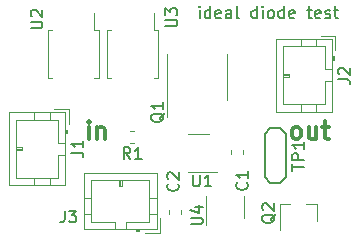
<source format=gbr>
G04 #@! TF.GenerationSoftware,KiCad,Pcbnew,(5.1.5-0)*
G04 #@! TF.CreationDate,2021-02-11T14:19:56-07:00*
G04 #@! TF.ProjectId,ideal-diode,69646561-6c2d-4646-996f-64652e6b6963,rev?*
G04 #@! TF.SameCoordinates,Original*
G04 #@! TF.FileFunction,Legend,Top*
G04 #@! TF.FilePolarity,Positive*
%FSLAX46Y46*%
G04 Gerber Fmt 4.6, Leading zero omitted, Abs format (unit mm)*
G04 Created by KiCad (PCBNEW (5.1.5-0)) date 2021-02-11 14:19:56*
%MOMM*%
%LPD*%
G04 APERTURE LIST*
%ADD10C,0.200000*%
%ADD11C,0.300000*%
%ADD12C,0.120000*%
%ADD13C,0.150000*%
G04 APERTURE END LIST*
D10*
X132214285Y-81452380D02*
X132214285Y-80785714D01*
X132214285Y-80452380D02*
X132166666Y-80500000D01*
X132214285Y-80547619D01*
X132261904Y-80500000D01*
X132214285Y-80452380D01*
X132214285Y-80547619D01*
X133119047Y-81452380D02*
X133119047Y-80452380D01*
X133119047Y-81404761D02*
X133023809Y-81452380D01*
X132833333Y-81452380D01*
X132738095Y-81404761D01*
X132690476Y-81357142D01*
X132642857Y-81261904D01*
X132642857Y-80976190D01*
X132690476Y-80880952D01*
X132738095Y-80833333D01*
X132833333Y-80785714D01*
X133023809Y-80785714D01*
X133119047Y-80833333D01*
X133976190Y-81404761D02*
X133880952Y-81452380D01*
X133690476Y-81452380D01*
X133595238Y-81404761D01*
X133547619Y-81309523D01*
X133547619Y-80928571D01*
X133595238Y-80833333D01*
X133690476Y-80785714D01*
X133880952Y-80785714D01*
X133976190Y-80833333D01*
X134023809Y-80928571D01*
X134023809Y-81023809D01*
X133547619Y-81119047D01*
X134880952Y-81452380D02*
X134880952Y-80928571D01*
X134833333Y-80833333D01*
X134738095Y-80785714D01*
X134547619Y-80785714D01*
X134452380Y-80833333D01*
X134880952Y-81404761D02*
X134785714Y-81452380D01*
X134547619Y-81452380D01*
X134452380Y-81404761D01*
X134404761Y-81309523D01*
X134404761Y-81214285D01*
X134452380Y-81119047D01*
X134547619Y-81071428D01*
X134785714Y-81071428D01*
X134880952Y-81023809D01*
X135500000Y-81452380D02*
X135404761Y-81404761D01*
X135357142Y-81309523D01*
X135357142Y-80452380D01*
X137071428Y-81452380D02*
X137071428Y-80452380D01*
X137071428Y-81404761D02*
X136976190Y-81452380D01*
X136785714Y-81452380D01*
X136690476Y-81404761D01*
X136642857Y-81357142D01*
X136595238Y-81261904D01*
X136595238Y-80976190D01*
X136642857Y-80880952D01*
X136690476Y-80833333D01*
X136785714Y-80785714D01*
X136976190Y-80785714D01*
X137071428Y-80833333D01*
X137547619Y-81452380D02*
X137547619Y-80785714D01*
X137547619Y-80452380D02*
X137500000Y-80500000D01*
X137547619Y-80547619D01*
X137595238Y-80500000D01*
X137547619Y-80452380D01*
X137547619Y-80547619D01*
X138166666Y-81452380D02*
X138071428Y-81404761D01*
X138023809Y-81357142D01*
X137976190Y-81261904D01*
X137976190Y-80976190D01*
X138023809Y-80880952D01*
X138071428Y-80833333D01*
X138166666Y-80785714D01*
X138309523Y-80785714D01*
X138404761Y-80833333D01*
X138452380Y-80880952D01*
X138500000Y-80976190D01*
X138500000Y-81261904D01*
X138452380Y-81357142D01*
X138404761Y-81404761D01*
X138309523Y-81452380D01*
X138166666Y-81452380D01*
X139357142Y-81452380D02*
X139357142Y-80452380D01*
X139357142Y-81404761D02*
X139261904Y-81452380D01*
X139071428Y-81452380D01*
X138976190Y-81404761D01*
X138928571Y-81357142D01*
X138880952Y-81261904D01*
X138880952Y-80976190D01*
X138928571Y-80880952D01*
X138976190Y-80833333D01*
X139071428Y-80785714D01*
X139261904Y-80785714D01*
X139357142Y-80833333D01*
X140214285Y-81404761D02*
X140119047Y-81452380D01*
X139928571Y-81452380D01*
X139833333Y-81404761D01*
X139785714Y-81309523D01*
X139785714Y-80928571D01*
X139833333Y-80833333D01*
X139928571Y-80785714D01*
X140119047Y-80785714D01*
X140214285Y-80833333D01*
X140261904Y-80928571D01*
X140261904Y-81023809D01*
X139785714Y-81119047D01*
X141309523Y-80785714D02*
X141690476Y-80785714D01*
X141452380Y-80452380D02*
X141452380Y-81309523D01*
X141500000Y-81404761D01*
X141595238Y-81452380D01*
X141690476Y-81452380D01*
X142404761Y-81404761D02*
X142309523Y-81452380D01*
X142119047Y-81452380D01*
X142023809Y-81404761D01*
X141976190Y-81309523D01*
X141976190Y-80928571D01*
X142023809Y-80833333D01*
X142119047Y-80785714D01*
X142309523Y-80785714D01*
X142404761Y-80833333D01*
X142452380Y-80928571D01*
X142452380Y-81023809D01*
X141976190Y-81119047D01*
X142833333Y-81404761D02*
X142928571Y-81452380D01*
X143119047Y-81452380D01*
X143214285Y-81404761D01*
X143261904Y-81309523D01*
X143261904Y-81261904D01*
X143214285Y-81166666D01*
X143119047Y-81119047D01*
X142976190Y-81119047D01*
X142880952Y-81071428D01*
X142833333Y-80976190D01*
X142833333Y-80928571D01*
X142880952Y-80833333D01*
X142976190Y-80785714D01*
X143119047Y-80785714D01*
X143214285Y-80833333D01*
X143547619Y-80785714D02*
X143928571Y-80785714D01*
X143690476Y-80452380D02*
X143690476Y-81309523D01*
X143738095Y-81404761D01*
X143833333Y-81452380D01*
X143928571Y-81452380D01*
D11*
X140285714Y-91678571D02*
X140142857Y-91607142D01*
X140071428Y-91535714D01*
X140000000Y-91392857D01*
X140000000Y-90964285D01*
X140071428Y-90821428D01*
X140142857Y-90750000D01*
X140285714Y-90678571D01*
X140500000Y-90678571D01*
X140642857Y-90750000D01*
X140714285Y-90821428D01*
X140785714Y-90964285D01*
X140785714Y-91392857D01*
X140714285Y-91535714D01*
X140642857Y-91607142D01*
X140500000Y-91678571D01*
X140285714Y-91678571D01*
X142071428Y-90678571D02*
X142071428Y-91678571D01*
X141428571Y-90678571D02*
X141428571Y-91464285D01*
X141500000Y-91607142D01*
X141642857Y-91678571D01*
X141857142Y-91678571D01*
X142000000Y-91607142D01*
X142071428Y-91535714D01*
X142571428Y-90678571D02*
X143142857Y-90678571D01*
X142785714Y-90178571D02*
X142785714Y-91464285D01*
X142857142Y-91607142D01*
X143000000Y-91678571D01*
X143142857Y-91678571D01*
X122821428Y-91678571D02*
X122821428Y-90678571D01*
X122821428Y-90178571D02*
X122750000Y-90250000D01*
X122821428Y-90321428D01*
X122892857Y-90250000D01*
X122821428Y-90178571D01*
X122821428Y-90321428D01*
X123535714Y-90678571D02*
X123535714Y-91678571D01*
X123535714Y-90821428D02*
X123607142Y-90750000D01*
X123750000Y-90678571D01*
X123964285Y-90678571D01*
X124107142Y-90750000D01*
X124178571Y-90892857D01*
X124178571Y-91678571D01*
D12*
X132740000Y-96550000D02*
X132740000Y-99000000D01*
X135960000Y-98350000D02*
X135960000Y-96550000D01*
X142130000Y-97190000D02*
X142130000Y-98650000D01*
X138970000Y-97190000D02*
X138970000Y-99350000D01*
X138970000Y-97190000D02*
X139900000Y-97190000D01*
X142130000Y-97190000D02*
X141200000Y-97190000D01*
X130610000Y-98071267D02*
X130610000Y-97728733D01*
X129590000Y-98071267D02*
X129590000Y-97728733D01*
D13*
X139000000Y-90770000D02*
X139500000Y-91270000D01*
X138200000Y-90770000D02*
X139000000Y-90770000D01*
X137700000Y-91270000D02*
X138200000Y-90770000D01*
X137700000Y-94870000D02*
X137700000Y-91270000D01*
X138200000Y-95370000D02*
X137700000Y-94870000D01*
X139000000Y-95370000D02*
X138200000Y-95370000D01*
X139500000Y-94870000D02*
X139000000Y-95370000D01*
X139500000Y-91270000D02*
X139500000Y-94870000D01*
D12*
X128305000Y-82490000D02*
X128305000Y-81025000D01*
X128660000Y-82490000D02*
X128305000Y-82490000D01*
X128660000Y-84500000D02*
X128660000Y-82490000D01*
X128660000Y-86510000D02*
X128305000Y-86510000D01*
X128660000Y-84500000D02*
X128660000Y-86510000D01*
X124340000Y-82490000D02*
X124695000Y-82490000D01*
X124340000Y-84500000D02*
X124340000Y-82490000D01*
X124340000Y-86510000D02*
X124695000Y-86510000D01*
X124340000Y-84500000D02*
X124340000Y-86510000D01*
X123305000Y-82490000D02*
X123305000Y-81025000D01*
X123660000Y-82490000D02*
X123305000Y-82490000D01*
X123660000Y-84500000D02*
X123660000Y-82490000D01*
X123660000Y-86510000D02*
X123305000Y-86510000D01*
X123660000Y-84500000D02*
X123660000Y-86510000D01*
X119340000Y-82490000D02*
X119695000Y-82490000D01*
X119340000Y-84500000D02*
X119340000Y-82490000D01*
X119340000Y-86510000D02*
X119695000Y-86510000D01*
X119340000Y-84500000D02*
X119340000Y-86510000D01*
X126671267Y-90990000D02*
X126328733Y-90990000D01*
X126671267Y-92010000D02*
X126328733Y-92010000D01*
X128860000Y-99610000D02*
X128860000Y-98360000D01*
X127610000Y-99610000D02*
X128860000Y-99610000D01*
X125500000Y-95200000D02*
X125500000Y-95700000D01*
X125400000Y-95700000D02*
X125400000Y-95200000D01*
X125600000Y-95700000D02*
X125400000Y-95700000D01*
X125600000Y-95200000D02*
X125600000Y-95700000D01*
X122440000Y-96700000D02*
X123050000Y-96700000D01*
X122440000Y-98000000D02*
X123050000Y-98000000D01*
X128560000Y-96700000D02*
X127950000Y-96700000D01*
X128560000Y-98000000D02*
X127950000Y-98000000D01*
X125000000Y-98700000D02*
X125000000Y-99310000D01*
X123050000Y-98700000D02*
X125000000Y-98700000D01*
X123050000Y-95200000D02*
X123050000Y-98700000D01*
X127950000Y-95200000D02*
X123050000Y-95200000D01*
X127950000Y-98700000D02*
X127950000Y-95200000D01*
X126000000Y-98700000D02*
X127950000Y-98700000D01*
X126000000Y-99310000D02*
X126000000Y-98700000D01*
X126800000Y-99410000D02*
X127100000Y-99410000D01*
X127100000Y-99510000D02*
X127100000Y-99310000D01*
X126800000Y-99510000D02*
X127100000Y-99510000D01*
X126800000Y-99310000D02*
X126800000Y-99510000D01*
X122440000Y-99310000D02*
X128560000Y-99310000D01*
X122440000Y-94590000D02*
X122440000Y-99310000D01*
X128560000Y-94590000D02*
X122440000Y-94590000D01*
X128560000Y-99310000D02*
X128560000Y-94590000D01*
X143710000Y-82940000D02*
X142460000Y-82940000D01*
X143710000Y-84190000D02*
X143710000Y-82940000D01*
X139300000Y-86300000D02*
X139800000Y-86300000D01*
X139800000Y-86400000D02*
X139300000Y-86400000D01*
X139800000Y-86200000D02*
X139800000Y-86400000D01*
X139300000Y-86200000D02*
X139800000Y-86200000D01*
X140800000Y-89360000D02*
X140800000Y-88750000D01*
X142100000Y-89360000D02*
X142100000Y-88750000D01*
X140800000Y-83240000D02*
X140800000Y-83850000D01*
X142100000Y-83240000D02*
X142100000Y-83850000D01*
X142800000Y-86800000D02*
X143410000Y-86800000D01*
X142800000Y-88750000D02*
X142800000Y-86800000D01*
X139300000Y-88750000D02*
X142800000Y-88750000D01*
X139300000Y-83850000D02*
X139300000Y-88750000D01*
X142800000Y-83850000D02*
X139300000Y-83850000D01*
X142800000Y-85800000D02*
X142800000Y-83850000D01*
X143410000Y-85800000D02*
X142800000Y-85800000D01*
X143510000Y-85000000D02*
X143510000Y-84700000D01*
X143610000Y-84700000D02*
X143410000Y-84700000D01*
X143610000Y-85000000D02*
X143610000Y-84700000D01*
X143410000Y-85000000D02*
X143610000Y-85000000D01*
X143410000Y-89360000D02*
X143410000Y-83240000D01*
X138690000Y-89360000D02*
X143410000Y-89360000D01*
X138690000Y-83240000D02*
X138690000Y-89360000D01*
X143410000Y-83240000D02*
X138690000Y-83240000D01*
X121110000Y-89140000D02*
X119860000Y-89140000D01*
X121110000Y-90390000D02*
X121110000Y-89140000D01*
X116700000Y-92500000D02*
X117200000Y-92500000D01*
X117200000Y-92600000D02*
X116700000Y-92600000D01*
X117200000Y-92400000D02*
X117200000Y-92600000D01*
X116700000Y-92400000D02*
X117200000Y-92400000D01*
X118200000Y-95560000D02*
X118200000Y-94950000D01*
X119500000Y-95560000D02*
X119500000Y-94950000D01*
X118200000Y-89440000D02*
X118200000Y-90050000D01*
X119500000Y-89440000D02*
X119500000Y-90050000D01*
X120200000Y-93000000D02*
X120810000Y-93000000D01*
X120200000Y-94950000D02*
X120200000Y-93000000D01*
X116700000Y-94950000D02*
X120200000Y-94950000D01*
X116700000Y-90050000D02*
X116700000Y-94950000D01*
X120200000Y-90050000D02*
X116700000Y-90050000D01*
X120200000Y-92000000D02*
X120200000Y-90050000D01*
X120810000Y-92000000D02*
X120200000Y-92000000D01*
X120910000Y-91200000D02*
X120910000Y-90900000D01*
X121010000Y-90900000D02*
X120810000Y-90900000D01*
X121010000Y-91200000D02*
X121010000Y-90900000D01*
X120810000Y-91200000D02*
X121010000Y-91200000D01*
X120810000Y-95560000D02*
X120810000Y-89440000D01*
X116090000Y-95560000D02*
X120810000Y-95560000D01*
X116090000Y-89440000D02*
X116090000Y-95560000D01*
X120810000Y-89440000D02*
X116090000Y-89440000D01*
X135910000Y-92971267D02*
X135910000Y-92628733D01*
X134890000Y-92971267D02*
X134890000Y-92628733D01*
X131200000Y-94510000D02*
X133650000Y-94510000D01*
X133000000Y-91290000D02*
X131200000Y-91290000D01*
X129440000Y-86400000D02*
X129440000Y-89850000D01*
X129440000Y-86400000D02*
X129440000Y-84450000D01*
X134560000Y-86400000D02*
X134560000Y-88350000D01*
X134560000Y-86400000D02*
X134560000Y-84450000D01*
D13*
X131452380Y-98911904D02*
X132261904Y-98911904D01*
X132357142Y-98864285D01*
X132404761Y-98816666D01*
X132452380Y-98721428D01*
X132452380Y-98530952D01*
X132404761Y-98435714D01*
X132357142Y-98388095D01*
X132261904Y-98340476D01*
X131452380Y-98340476D01*
X131785714Y-97435714D02*
X132452380Y-97435714D01*
X131404761Y-97673809D02*
X132119047Y-97911904D01*
X132119047Y-97292857D01*
X138597619Y-98045238D02*
X138550000Y-98140476D01*
X138454761Y-98235714D01*
X138311904Y-98378571D01*
X138264285Y-98473809D01*
X138264285Y-98569047D01*
X138502380Y-98521428D02*
X138454761Y-98616666D01*
X138359523Y-98711904D01*
X138169047Y-98759523D01*
X137835714Y-98759523D01*
X137645238Y-98711904D01*
X137550000Y-98616666D01*
X137502380Y-98521428D01*
X137502380Y-98330952D01*
X137550000Y-98235714D01*
X137645238Y-98140476D01*
X137835714Y-98092857D01*
X138169047Y-98092857D01*
X138359523Y-98140476D01*
X138454761Y-98235714D01*
X138502380Y-98330952D01*
X138502380Y-98521428D01*
X137597619Y-97711904D02*
X137550000Y-97664285D01*
X137502380Y-97569047D01*
X137502380Y-97330952D01*
X137550000Y-97235714D01*
X137597619Y-97188095D01*
X137692857Y-97140476D01*
X137788095Y-97140476D01*
X137930952Y-97188095D01*
X138502380Y-97759523D01*
X138502380Y-97140476D01*
X130357142Y-95466666D02*
X130404761Y-95514285D01*
X130452380Y-95657142D01*
X130452380Y-95752380D01*
X130404761Y-95895238D01*
X130309523Y-95990476D01*
X130214285Y-96038095D01*
X130023809Y-96085714D01*
X129880952Y-96085714D01*
X129690476Y-96038095D01*
X129595238Y-95990476D01*
X129500000Y-95895238D01*
X129452380Y-95752380D01*
X129452380Y-95657142D01*
X129500000Y-95514285D01*
X129547619Y-95466666D01*
X129547619Y-95085714D02*
X129500000Y-95038095D01*
X129452380Y-94942857D01*
X129452380Y-94704761D01*
X129500000Y-94609523D01*
X129547619Y-94561904D01*
X129642857Y-94514285D01*
X129738095Y-94514285D01*
X129880952Y-94561904D01*
X130452380Y-95133333D01*
X130452380Y-94514285D01*
X140052380Y-94361904D02*
X140052380Y-93790476D01*
X141052380Y-94076190D02*
X140052380Y-94076190D01*
X141052380Y-93457142D02*
X140052380Y-93457142D01*
X140052380Y-93076190D01*
X140100000Y-92980952D01*
X140147619Y-92933333D01*
X140242857Y-92885714D01*
X140385714Y-92885714D01*
X140480952Y-92933333D01*
X140528571Y-92980952D01*
X140576190Y-93076190D01*
X140576190Y-93457142D01*
X141052380Y-91933333D02*
X141052380Y-92504761D01*
X141052380Y-92219047D02*
X140052380Y-92219047D01*
X140195238Y-92314285D01*
X140290476Y-92409523D01*
X140338095Y-92504761D01*
X129302380Y-82161904D02*
X130111904Y-82161904D01*
X130207142Y-82114285D01*
X130254761Y-82066666D01*
X130302380Y-81971428D01*
X130302380Y-81780952D01*
X130254761Y-81685714D01*
X130207142Y-81638095D01*
X130111904Y-81590476D01*
X129302380Y-81590476D01*
X129302380Y-81209523D02*
X129302380Y-80590476D01*
X129683333Y-80923809D01*
X129683333Y-80780952D01*
X129730952Y-80685714D01*
X129778571Y-80638095D01*
X129873809Y-80590476D01*
X130111904Y-80590476D01*
X130207142Y-80638095D01*
X130254761Y-80685714D01*
X130302380Y-80780952D01*
X130302380Y-81066666D01*
X130254761Y-81161904D01*
X130207142Y-81209523D01*
X117902380Y-82311904D02*
X118711904Y-82311904D01*
X118807142Y-82264285D01*
X118854761Y-82216666D01*
X118902380Y-82121428D01*
X118902380Y-81930952D01*
X118854761Y-81835714D01*
X118807142Y-81788095D01*
X118711904Y-81740476D01*
X117902380Y-81740476D01*
X117997619Y-81311904D02*
X117950000Y-81264285D01*
X117902380Y-81169047D01*
X117902380Y-80930952D01*
X117950000Y-80835714D01*
X117997619Y-80788095D01*
X118092857Y-80740476D01*
X118188095Y-80740476D01*
X118330952Y-80788095D01*
X118902380Y-81359523D01*
X118902380Y-80740476D01*
X126333333Y-93382380D02*
X126000000Y-92906190D01*
X125761904Y-93382380D02*
X125761904Y-92382380D01*
X126142857Y-92382380D01*
X126238095Y-92430000D01*
X126285714Y-92477619D01*
X126333333Y-92572857D01*
X126333333Y-92715714D01*
X126285714Y-92810952D01*
X126238095Y-92858571D01*
X126142857Y-92906190D01*
X125761904Y-92906190D01*
X127285714Y-93382380D02*
X126714285Y-93382380D01*
X127000000Y-93382380D02*
X127000000Y-92382380D01*
X126904761Y-92525238D01*
X126809523Y-92620476D01*
X126714285Y-92668095D01*
X120766666Y-97752380D02*
X120766666Y-98466666D01*
X120719047Y-98609523D01*
X120623809Y-98704761D01*
X120480952Y-98752380D01*
X120385714Y-98752380D01*
X121147619Y-97752380D02*
X121766666Y-97752380D01*
X121433333Y-98133333D01*
X121576190Y-98133333D01*
X121671428Y-98180952D01*
X121719047Y-98228571D01*
X121766666Y-98323809D01*
X121766666Y-98561904D01*
X121719047Y-98657142D01*
X121671428Y-98704761D01*
X121576190Y-98752380D01*
X121290476Y-98752380D01*
X121195238Y-98704761D01*
X121147619Y-98657142D01*
X143952380Y-86633333D02*
X144666666Y-86633333D01*
X144809523Y-86680952D01*
X144904761Y-86776190D01*
X144952380Y-86919047D01*
X144952380Y-87014285D01*
X144047619Y-86204761D02*
X144000000Y-86157142D01*
X143952380Y-86061904D01*
X143952380Y-85823809D01*
X144000000Y-85728571D01*
X144047619Y-85680952D01*
X144142857Y-85633333D01*
X144238095Y-85633333D01*
X144380952Y-85680952D01*
X144952380Y-86252380D01*
X144952380Y-85633333D01*
X121352380Y-92833333D02*
X122066666Y-92833333D01*
X122209523Y-92880952D01*
X122304761Y-92976190D01*
X122352380Y-93119047D01*
X122352380Y-93214285D01*
X122352380Y-91833333D02*
X122352380Y-92404761D01*
X122352380Y-92119047D02*
X121352380Y-92119047D01*
X121495238Y-92214285D01*
X121590476Y-92309523D01*
X121638095Y-92404761D01*
X136207142Y-95366666D02*
X136254761Y-95414285D01*
X136302380Y-95557142D01*
X136302380Y-95652380D01*
X136254761Y-95795238D01*
X136159523Y-95890476D01*
X136064285Y-95938095D01*
X135873809Y-95985714D01*
X135730952Y-95985714D01*
X135540476Y-95938095D01*
X135445238Y-95890476D01*
X135350000Y-95795238D01*
X135302380Y-95652380D01*
X135302380Y-95557142D01*
X135350000Y-95414285D01*
X135397619Y-95366666D01*
X136302380Y-94414285D02*
X136302380Y-94985714D01*
X136302380Y-94700000D02*
X135302380Y-94700000D01*
X135445238Y-94795238D01*
X135540476Y-94890476D01*
X135588095Y-94985714D01*
X131638095Y-94702380D02*
X131638095Y-95511904D01*
X131685714Y-95607142D01*
X131733333Y-95654761D01*
X131828571Y-95702380D01*
X132019047Y-95702380D01*
X132114285Y-95654761D01*
X132161904Y-95607142D01*
X132209523Y-95511904D01*
X132209523Y-94702380D01*
X133209523Y-95702380D02*
X132638095Y-95702380D01*
X132923809Y-95702380D02*
X132923809Y-94702380D01*
X132828571Y-94845238D01*
X132733333Y-94940476D01*
X132638095Y-94988095D01*
X129197619Y-89495238D02*
X129150000Y-89590476D01*
X129054761Y-89685714D01*
X128911904Y-89828571D01*
X128864285Y-89923809D01*
X128864285Y-90019047D01*
X129102380Y-89971428D02*
X129054761Y-90066666D01*
X128959523Y-90161904D01*
X128769047Y-90209523D01*
X128435714Y-90209523D01*
X128245238Y-90161904D01*
X128150000Y-90066666D01*
X128102380Y-89971428D01*
X128102380Y-89780952D01*
X128150000Y-89685714D01*
X128245238Y-89590476D01*
X128435714Y-89542857D01*
X128769047Y-89542857D01*
X128959523Y-89590476D01*
X129054761Y-89685714D01*
X129102380Y-89780952D01*
X129102380Y-89971428D01*
X129102380Y-88590476D02*
X129102380Y-89161904D01*
X129102380Y-88876190D02*
X128102380Y-88876190D01*
X128245238Y-88971428D01*
X128340476Y-89066666D01*
X128388095Y-89161904D01*
M02*

</source>
